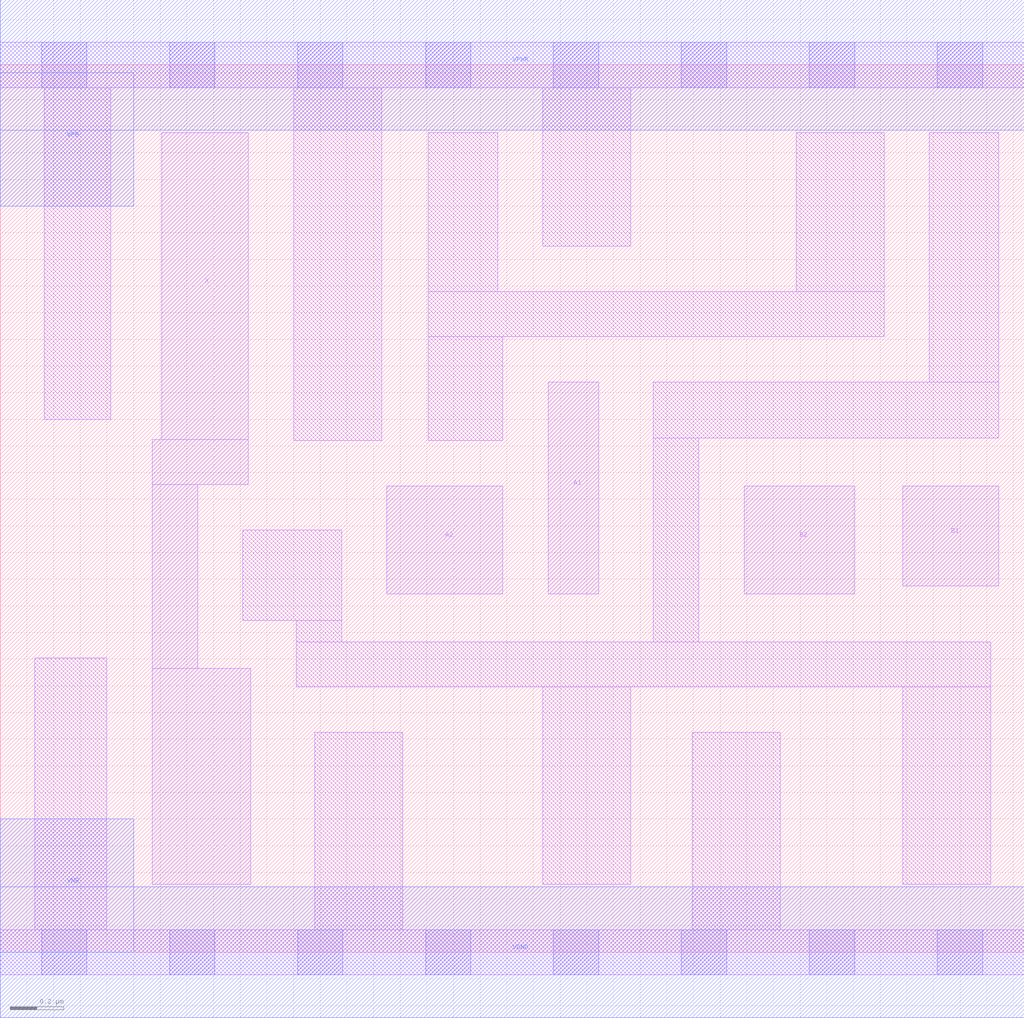
<source format=lef>
# Copyright 2020 The SkyWater PDK Authors
#
# Licensed under the Apache License, Version 2.0 (the "License");
# you may not use this file except in compliance with the License.
# You may obtain a copy of the License at
#
#     https://www.apache.org/licenses/LICENSE-2.0
#
# Unless required by applicable law or agreed to in writing, software
# distributed under the License is distributed on an "AS IS" BASIS,
# WITHOUT WARRANTIES OR CONDITIONS OF ANY KIND, either express or implied.
# See the License for the specific language governing permissions and
# limitations under the License.
#
# SPDX-License-Identifier: Apache-2.0

VERSION 5.5 ;
NAMESCASESENSITIVE ON ;
BUSBITCHARS "[]" ;
DIVIDERCHAR "/" ;
MACRO sky130_fd_sc_lp__a22o_2
  CLASS CORE ;
  SOURCE USER ;
  ORIGIN  0.000000  0.000000 ;
  SIZE  3.840000 BY  3.330000 ;
  SYMMETRY X Y R90 ;
  SITE unit ;
  PIN A1
    ANTENNAGATEAREA  0.315000 ;
    DIRECTION INPUT ;
    USE SIGNAL ;
    PORT
      LAYER li1 ;
        RECT 2.055000 1.345000 2.245000 2.140000 ;
    END
  END A1
  PIN A2
    ANTENNAGATEAREA  0.315000 ;
    DIRECTION INPUT ;
    USE SIGNAL ;
    PORT
      LAYER li1 ;
        RECT 1.450000 1.345000 1.885000 1.750000 ;
    END
  END A2
  PIN B1
    ANTENNAGATEAREA  0.315000 ;
    DIRECTION INPUT ;
    USE SIGNAL ;
    PORT
      LAYER li1 ;
        RECT 3.385000 1.375000 3.745000 1.750000 ;
    END
  END B1
  PIN B2
    ANTENNAGATEAREA  0.315000 ;
    DIRECTION INPUT ;
    USE SIGNAL ;
    PORT
      LAYER li1 ;
        RECT 2.790000 1.345000 3.205000 1.750000 ;
    END
  END B2
  PIN X
    ANTENNADIFFAREA  0.588000 ;
    DIRECTION OUTPUT ;
    USE SIGNAL ;
    PORT
      LAYER li1 ;
        RECT 0.570000 0.255000 0.940000 1.065000 ;
        RECT 0.570000 1.065000 0.740000 1.755000 ;
        RECT 0.570000 1.755000 0.930000 1.925000 ;
        RECT 0.605000 1.925000 0.930000 3.075000 ;
    END
  END X
  PIN VGND
    DIRECTION INOUT ;
    USE GROUND ;
    PORT
      LAYER met1 ;
        RECT 0.000000 -0.245000 3.840000 0.245000 ;
    END
  END VGND
  PIN VNB
    DIRECTION INOUT ;
    USE GROUND ;
    PORT
      LAYER met1 ;
        RECT 0.000000 0.000000 0.500000 0.500000 ;
    END
  END VNB
  PIN VPB
    DIRECTION INOUT ;
    USE POWER ;
    PORT
      LAYER met1 ;
        RECT 0.000000 2.800000 0.500000 3.300000 ;
    END
  END VPB
  PIN VPWR
    DIRECTION INOUT ;
    USE POWER ;
    PORT
      LAYER met1 ;
        RECT 0.000000 3.085000 3.840000 3.575000 ;
    END
  END VPWR
  OBS
    LAYER li1 ;
      RECT 0.000000 -0.085000 3.840000 0.085000 ;
      RECT 0.000000  3.245000 3.840000 3.415000 ;
      RECT 0.130000  0.085000 0.400000 1.105000 ;
      RECT 0.165000  2.000000 0.415000 3.245000 ;
      RECT 0.910000  1.245000 1.280000 1.585000 ;
      RECT 1.100000  1.920000 1.430000 3.245000 ;
      RECT 1.110000  0.995000 3.715000 1.165000 ;
      RECT 1.110000  1.165000 1.280000 1.245000 ;
      RECT 1.180000  0.085000 1.510000 0.825000 ;
      RECT 1.605000  1.920000 1.885000 2.310000 ;
      RECT 1.605000  2.310000 3.315000 2.480000 ;
      RECT 1.605000  2.480000 1.865000 3.075000 ;
      RECT 2.035000  0.255000 2.365000 0.995000 ;
      RECT 2.035000  2.650000 2.365000 3.245000 ;
      RECT 2.450000  1.165000 2.620000 1.930000 ;
      RECT 2.450000  1.930000 3.745000 2.140000 ;
      RECT 2.595000  0.085000 2.925000 0.825000 ;
      RECT 2.985000  2.480000 3.315000 3.075000 ;
      RECT 3.385000  0.255000 3.715000 0.995000 ;
      RECT 3.485000  2.140000 3.745000 3.075000 ;
    LAYER mcon ;
      RECT 0.155000 -0.085000 0.325000 0.085000 ;
      RECT 0.155000  3.245000 0.325000 3.415000 ;
      RECT 0.635000 -0.085000 0.805000 0.085000 ;
      RECT 0.635000  3.245000 0.805000 3.415000 ;
      RECT 1.115000 -0.085000 1.285000 0.085000 ;
      RECT 1.115000  3.245000 1.285000 3.415000 ;
      RECT 1.595000 -0.085000 1.765000 0.085000 ;
      RECT 1.595000  3.245000 1.765000 3.415000 ;
      RECT 2.075000 -0.085000 2.245000 0.085000 ;
      RECT 2.075000  3.245000 2.245000 3.415000 ;
      RECT 2.555000 -0.085000 2.725000 0.085000 ;
      RECT 2.555000  3.245000 2.725000 3.415000 ;
      RECT 3.035000 -0.085000 3.205000 0.085000 ;
      RECT 3.035000  3.245000 3.205000 3.415000 ;
      RECT 3.515000 -0.085000 3.685000 0.085000 ;
      RECT 3.515000  3.245000 3.685000 3.415000 ;
  END
END sky130_fd_sc_lp__a22o_2

</source>
